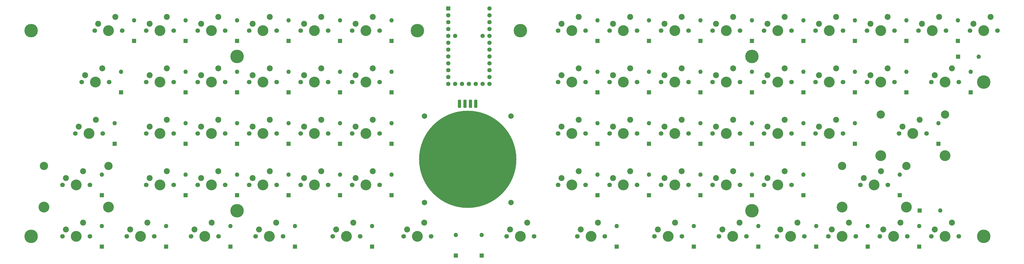
<source format=gbs>
G04 #@! TF.GenerationSoftware,KiCad,Pcbnew,7.0.5*
G04 #@! TF.CreationDate,2023-08-06T16:41:53+02:00*
G04 #@! TF.ProjectId,lumberjack,6c756d62-6572-46a6-9163-6b2e6b696361,1.7*
G04 #@! TF.SameCoordinates,Original*
G04 #@! TF.FileFunction,Soldermask,Bot*
G04 #@! TF.FilePolarity,Negative*
%FSLAX46Y46*%
G04 Gerber Fmt 4.6, Leading zero omitted, Abs format (unit mm)*
G04 Created by KiCad (PCBNEW 7.0.5) date 2023-08-06 16:41:53*
%MOMM*%
%LPD*%
G01*
G04 APERTURE LIST*
G04 Aperture macros list*
%AMRoundRect*
0 Rectangle with rounded corners*
0 $1 Rounding radius*
0 $2 $3 $4 $5 $6 $7 $8 $9 X,Y pos of 4 corners*
0 Add a 4 corners polygon primitive as box body*
4,1,4,$2,$3,$4,$5,$6,$7,$8,$9,$2,$3,0*
0 Add four circle primitives for the rounded corners*
1,1,$1+$1,$2,$3*
1,1,$1+$1,$4,$5*
1,1,$1+$1,$6,$7*
1,1,$1+$1,$8,$9*
0 Add four rect primitives between the rounded corners*
20,1,$1+$1,$2,$3,$4,$5,0*
20,1,$1+$1,$4,$5,$6,$7,0*
20,1,$1+$1,$6,$7,$8,$9,0*
20,1,$1+$1,$8,$9,$2,$3,0*%
G04 Aperture macros list end*
%ADD10C,4.000000*%
%ADD11C,1.700000*%
%ADD12C,2.200000*%
%ADD13C,3.050000*%
%ADD14C,5.000000*%
%ADD15R,1.600000X1.600000*%
%ADD16O,1.600000X1.600000*%
%ADD17C,1.600000*%
%ADD18RoundRect,0.312500X-0.312500X-1.187500X0.312500X-1.187500X0.312500X1.187500X-0.312500X1.187500X0*%
%ADD19C,2.000000*%
%ADD20C,36.000000*%
G04 APERTURE END LIST*
D10*
X266700000Y-95250000D03*
D11*
X261620000Y-95250000D03*
X271780000Y-95250000D03*
D12*
X269240000Y-90170000D03*
X262890000Y-92710000D03*
D10*
X328612500Y-57150000D03*
D11*
X333692500Y-57150000D03*
X323532500Y-57150000D03*
D12*
X331152500Y-52070000D03*
X324802500Y-54610000D03*
D10*
X190500000Y-57150000D03*
D11*
X185420000Y-57150000D03*
X195580000Y-57150000D03*
D12*
X193040000Y-52070000D03*
X186690000Y-54610000D03*
D11*
X73501250Y-114300000D03*
D10*
X78581250Y-114300000D03*
D11*
X83661250Y-114300000D03*
D12*
X81121250Y-109220000D03*
X74771250Y-111760000D03*
D10*
X114300000Y-76200000D03*
D11*
X109220000Y-76200000D03*
X119380000Y-76200000D03*
D12*
X116840000Y-71120000D03*
X110490000Y-73660000D03*
D10*
X247650000Y-76200000D03*
D11*
X242570000Y-76200000D03*
X252730000Y-76200000D03*
D12*
X250190000Y-71120000D03*
X243840000Y-73660000D03*
D10*
X190500000Y-95250000D03*
D11*
X185420000Y-95250000D03*
X195580000Y-95250000D03*
D12*
X193040000Y-90170000D03*
X186690000Y-92710000D03*
D10*
X316706250Y-76200000D03*
X328606250Y-84440000D03*
D13*
X304806250Y-69200000D03*
D11*
X321786250Y-76200000D03*
X311626250Y-76200000D03*
D13*
X328606250Y-69200000D03*
D10*
X304806250Y-84440000D03*
D12*
X319246250Y-71120000D03*
X312896250Y-73660000D03*
D10*
X57150000Y-38100000D03*
D11*
X52070000Y-38100000D03*
X62230000Y-38100000D03*
D12*
X59690000Y-33020000D03*
X53340000Y-35560000D03*
D10*
X328612500Y-114300000D03*
D11*
X323532500Y-114300000D03*
X333692500Y-114300000D03*
D12*
X331152500Y-109220000D03*
X324802500Y-111760000D03*
D14*
X133350000Y-38100000D03*
D10*
X247650000Y-38100000D03*
D11*
X242570000Y-38100000D03*
X252730000Y-38100000D03*
D12*
X250190000Y-33020000D03*
X243840000Y-35560000D03*
D11*
X221138750Y-114300000D03*
D10*
X226218750Y-114300000D03*
D11*
X231298750Y-114300000D03*
D12*
X228758750Y-109220000D03*
X222408750Y-111760000D03*
D15*
X157162500Y-121410000D03*
D16*
X157162500Y-113790000D03*
D10*
X266700000Y-57150000D03*
D11*
X261620000Y-57150000D03*
X271780000Y-57150000D03*
D12*
X269240000Y-52070000D03*
X262890000Y-54610000D03*
D17*
X152400000Y-57805000D03*
D15*
X144780000Y-29865000D03*
D17*
X144780000Y-32405000D03*
X144780000Y-34945000D03*
X144780000Y-37485000D03*
X144780000Y-40025000D03*
X144780000Y-42565000D03*
X144780000Y-45105000D03*
X144780000Y-47645000D03*
X144780000Y-50185000D03*
X144780000Y-52725000D03*
X144780000Y-55265000D03*
X144780000Y-57805000D03*
X147320000Y-57805000D03*
X149860000Y-57805000D03*
X154940000Y-57805000D03*
X157480000Y-57805000D03*
X160020000Y-57805000D03*
X160020000Y-55265000D03*
X160020000Y-52725000D03*
X160020000Y-50185000D03*
X160020000Y-47645000D03*
X160020000Y-45105000D03*
X160020000Y-42565000D03*
X160020000Y-40025000D03*
X160020000Y-37485000D03*
X160020000Y-34945000D03*
X160020000Y-32405000D03*
X160020000Y-29865000D03*
X147320000Y-40025000D03*
X157480000Y-40025000D03*
D10*
X304800000Y-38100000D03*
D11*
X299720000Y-38100000D03*
X309880000Y-38100000D03*
D12*
X307340000Y-33020000D03*
X300990000Y-35560000D03*
D14*
X66675000Y-104775000D03*
D11*
X49688750Y-114300000D03*
D10*
X54768750Y-114300000D03*
D11*
X59848750Y-114300000D03*
D12*
X57308750Y-109220000D03*
X50958750Y-111760000D03*
D10*
X114300000Y-95250000D03*
D11*
X109220000Y-95250000D03*
X119380000Y-95250000D03*
D12*
X116840000Y-90170000D03*
X110490000Y-92710000D03*
D10*
X57150000Y-95250000D03*
D11*
X52070000Y-95250000D03*
X62230000Y-95250000D03*
D12*
X59690000Y-90170000D03*
X53340000Y-92710000D03*
D14*
X257175000Y-104775000D03*
D10*
X209550000Y-57150000D03*
D11*
X204470000Y-57150000D03*
X214630000Y-57150000D03*
D12*
X212090000Y-52070000D03*
X205740000Y-54610000D03*
D14*
X342900000Y-114300000D03*
D10*
X290518750Y-103490000D03*
X314318750Y-103490000D03*
X302418750Y-95250000D03*
D13*
X290518750Y-88250000D03*
D11*
X297338750Y-95250000D03*
D13*
X314318750Y-88250000D03*
D11*
X307498750Y-95250000D03*
D12*
X304958750Y-90170000D03*
X298608750Y-92710000D03*
D10*
X76200000Y-95250000D03*
D11*
X71120000Y-95250000D03*
X81280000Y-95250000D03*
D12*
X78740000Y-90170000D03*
X72390000Y-92710000D03*
D10*
X76200000Y-57150000D03*
D11*
X71120000Y-57150000D03*
X81280000Y-57150000D03*
D12*
X78740000Y-52070000D03*
X72390000Y-54610000D03*
D10*
X209550000Y-95250000D03*
D11*
X204470000Y-95250000D03*
X214630000Y-95250000D03*
D12*
X212090000Y-90170000D03*
X205740000Y-92710000D03*
D10*
X304800000Y-57150000D03*
D11*
X299720000Y-57150000D03*
X309880000Y-57150000D03*
D12*
X307340000Y-52070000D03*
X300990000Y-54610000D03*
D10*
X228600000Y-38100000D03*
D11*
X223520000Y-38100000D03*
X233680000Y-38100000D03*
D12*
X231140000Y-33020000D03*
X224790000Y-35560000D03*
D10*
X266700000Y-38100000D03*
D11*
X261620000Y-38100000D03*
X271780000Y-38100000D03*
D12*
X269240000Y-33020000D03*
X262890000Y-35560000D03*
D10*
X76200000Y-76200000D03*
D11*
X71120000Y-76200000D03*
X81280000Y-76200000D03*
D12*
X78740000Y-71120000D03*
X72390000Y-73660000D03*
D10*
X285750000Y-38100000D03*
D11*
X280670000Y-38100000D03*
X290830000Y-38100000D03*
D12*
X288290000Y-33020000D03*
X281940000Y-35560000D03*
D14*
X171450000Y-38100000D03*
D10*
X57150000Y-76200000D03*
D11*
X52070000Y-76200000D03*
X62230000Y-76200000D03*
D12*
X59690000Y-71120000D03*
X53340000Y-73660000D03*
D10*
X7143750Y-95250000D03*
X19043750Y-103490000D03*
D13*
X-4756250Y-88250000D03*
D11*
X12223750Y-95250000D03*
X2063750Y-95250000D03*
D13*
X19043750Y-88250000D03*
D10*
X-4756250Y-103490000D03*
D12*
X9683750Y-90170000D03*
X3333750Y-92710000D03*
D10*
X171450000Y-114300000D03*
D11*
X166370000Y-114300000D03*
X176530000Y-114300000D03*
D12*
X173990000Y-109220000D03*
X167640000Y-111760000D03*
D10*
X95250000Y-95250000D03*
D11*
X90170000Y-95250000D03*
X100330000Y-95250000D03*
D12*
X97790000Y-90170000D03*
X91440000Y-92710000D03*
D10*
X190500000Y-76200000D03*
D11*
X185420000Y-76200000D03*
X195580000Y-76200000D03*
D12*
X193040000Y-71120000D03*
X186690000Y-73660000D03*
D10*
X114300000Y-38100000D03*
D11*
X109220000Y-38100000D03*
X119380000Y-38100000D03*
D12*
X116840000Y-33020000D03*
X110490000Y-35560000D03*
D10*
X323850000Y-38100000D03*
D11*
X318770000Y-38100000D03*
X328930000Y-38100000D03*
D12*
X326390000Y-33020000D03*
X320040000Y-35560000D03*
D11*
X25876250Y-114300000D03*
D10*
X30956250Y-114300000D03*
D11*
X36036250Y-114300000D03*
D12*
X33496250Y-109220000D03*
X27146250Y-111760000D03*
D10*
X38100000Y-76200000D03*
D11*
X33020000Y-76200000D03*
X43180000Y-76200000D03*
D12*
X40640000Y-71120000D03*
X34290000Y-73660000D03*
D14*
X-9525000Y-38100000D03*
D10*
X38100000Y-38100000D03*
D11*
X33020000Y-38100000D03*
X43180000Y-38100000D03*
D12*
X40640000Y-33020000D03*
X34290000Y-35560000D03*
D10*
X95250000Y-76200000D03*
D11*
X90170000Y-76200000D03*
X100330000Y-76200000D03*
D12*
X97790000Y-71120000D03*
X91440000Y-73660000D03*
D10*
X285750000Y-76200000D03*
D11*
X280670000Y-76200000D03*
X290830000Y-76200000D03*
D12*
X288290000Y-71120000D03*
X281940000Y-73660000D03*
D11*
X244951250Y-114300000D03*
D10*
X250031250Y-114300000D03*
D11*
X255111250Y-114300000D03*
D12*
X252571250Y-109220000D03*
X246221250Y-111760000D03*
D11*
X16986250Y-76200000D03*
D10*
X11906250Y-76200000D03*
D11*
X6826250Y-76200000D03*
D12*
X14446250Y-71120000D03*
X8096250Y-73660000D03*
D10*
X290512500Y-114300000D03*
D11*
X285432500Y-114300000D03*
X295592500Y-114300000D03*
D12*
X293052500Y-109220000D03*
X286702500Y-111760000D03*
D10*
X95250000Y-57150000D03*
D11*
X90170000Y-57150000D03*
X100330000Y-57150000D03*
D12*
X97790000Y-52070000D03*
X91440000Y-54610000D03*
D10*
X19050000Y-38100000D03*
D11*
X13970000Y-38100000D03*
X24130000Y-38100000D03*
D12*
X21590000Y-33020000D03*
X15240000Y-35560000D03*
D14*
X66675000Y-47625000D03*
D10*
X228600000Y-76200000D03*
D11*
X223520000Y-76200000D03*
X233680000Y-76200000D03*
D12*
X231140000Y-71120000D03*
X224790000Y-73660000D03*
D15*
X147637500Y-121410000D03*
D16*
X147637500Y-113790000D03*
D11*
X202723750Y-114300000D03*
D10*
X197643750Y-114300000D03*
D11*
X192563750Y-114300000D03*
D12*
X200183750Y-109220000D03*
X193833750Y-111760000D03*
D14*
X257175000Y-47625000D03*
D11*
X112236250Y-114300000D03*
D10*
X107156250Y-114300000D03*
D11*
X102076250Y-114300000D03*
D12*
X109696250Y-109220000D03*
X103346250Y-111760000D03*
D10*
X271462500Y-114300000D03*
D11*
X266382500Y-114300000D03*
X276542500Y-114300000D03*
D12*
X274002500Y-109220000D03*
X267652500Y-111760000D03*
D10*
X38100000Y-57150000D03*
D11*
X33020000Y-57150000D03*
X43180000Y-57150000D03*
D12*
X40640000Y-52070000D03*
X34290000Y-54610000D03*
D11*
X2063750Y-114300000D03*
D10*
X7143750Y-114300000D03*
D11*
X12223750Y-114300000D03*
D12*
X9683750Y-109220000D03*
X3333750Y-111760000D03*
D10*
X342900000Y-38100000D03*
D11*
X337820000Y-38100000D03*
X347980000Y-38100000D03*
D12*
X345440000Y-33020000D03*
X339090000Y-35560000D03*
D10*
X228600000Y-95250000D03*
D11*
X223520000Y-95250000D03*
X233680000Y-95250000D03*
D12*
X231140000Y-90170000D03*
X224790000Y-92710000D03*
D10*
X38100000Y-95250000D03*
D11*
X33020000Y-95250000D03*
X43180000Y-95250000D03*
D12*
X40640000Y-90170000D03*
X34290000Y-92710000D03*
D10*
X209550000Y-38100000D03*
D11*
X204470000Y-38100000D03*
X214630000Y-38100000D03*
D12*
X212090000Y-33020000D03*
X205740000Y-35560000D03*
D10*
X285750000Y-57150000D03*
D11*
X280670000Y-57150000D03*
X290830000Y-57150000D03*
D12*
X288290000Y-52070000D03*
X281940000Y-54610000D03*
D10*
X95250000Y-38100000D03*
D11*
X90170000Y-38100000D03*
X100330000Y-38100000D03*
D12*
X97790000Y-33020000D03*
X91440000Y-35560000D03*
D14*
X-9525000Y-114300000D03*
D10*
X76200000Y-38100000D03*
D11*
X71120000Y-38100000D03*
X81280000Y-38100000D03*
D12*
X78740000Y-33020000D03*
X72390000Y-35560000D03*
D10*
X247650000Y-57150000D03*
D11*
X242570000Y-57150000D03*
X252730000Y-57150000D03*
D12*
X250190000Y-52070000D03*
X243840000Y-54610000D03*
D10*
X133350000Y-114300000D03*
D11*
X128270000Y-114300000D03*
X138430000Y-114300000D03*
D12*
X135890000Y-109220000D03*
X129540000Y-111760000D03*
D10*
X209550000Y-76200000D03*
D11*
X204470000Y-76200000D03*
X214630000Y-76200000D03*
D12*
X212090000Y-71120000D03*
X205740000Y-73660000D03*
D14*
X342900000Y-57150000D03*
D10*
X228600000Y-57150000D03*
D11*
X223520000Y-57150000D03*
X233680000Y-57150000D03*
D12*
X231140000Y-52070000D03*
X224790000Y-54610000D03*
D10*
X247650000Y-95250000D03*
D11*
X242570000Y-95250000D03*
X252730000Y-95250000D03*
D12*
X250190000Y-90170000D03*
X243840000Y-92710000D03*
D10*
X14287500Y-57150000D03*
D11*
X19367500Y-57150000D03*
X9207500Y-57150000D03*
D12*
X16827500Y-52070000D03*
X10477500Y-54610000D03*
D10*
X266700000Y-76200000D03*
D11*
X261620000Y-76200000D03*
X271780000Y-76200000D03*
D12*
X269240000Y-71120000D03*
X262890000Y-73660000D03*
D18*
X149000000Y-65225000D03*
X153000000Y-65225000D03*
X151000000Y-65225000D03*
X155000000Y-65225000D03*
D19*
X168000000Y-101725000D03*
X168000000Y-69725000D03*
D20*
X152000000Y-85725000D03*
D19*
X136000000Y-101725000D03*
X136000000Y-69725000D03*
D10*
X114300000Y-57150000D03*
D11*
X109220000Y-57150000D03*
X119380000Y-57150000D03*
D12*
X116840000Y-52070000D03*
X110490000Y-54610000D03*
D10*
X190500000Y-38100000D03*
D11*
X185420000Y-38100000D03*
X195580000Y-38100000D03*
D12*
X193040000Y-33020000D03*
X186690000Y-35560000D03*
D10*
X57150000Y-57150000D03*
D11*
X52070000Y-57150000D03*
X62230000Y-57150000D03*
D12*
X59690000Y-52070000D03*
X53340000Y-54610000D03*
D10*
X309562500Y-114300000D03*
D11*
X304482500Y-114300000D03*
X314642500Y-114300000D03*
D12*
X312102500Y-109220000D03*
X305752500Y-111760000D03*
D15*
X104730500Y-41929000D03*
D16*
X104730500Y-34309000D03*
D15*
X219030500Y-99079000D03*
D16*
X219030500Y-91459000D03*
D15*
X123780500Y-60979000D03*
D16*
X123780500Y-53359000D03*
D15*
X314280500Y-60979000D03*
D16*
X314280500Y-53359000D03*
D15*
X333330500Y-41929000D03*
D16*
X333330500Y-34309000D03*
D15*
X85680500Y-60979000D03*
D16*
X85680500Y-53359000D03*
D15*
X199980500Y-41929000D03*
D16*
X199980500Y-34309000D03*
D15*
X47580500Y-99079000D03*
D16*
X47580500Y-91459000D03*
D15*
X40436750Y-118129000D03*
D16*
X40436750Y-110509000D03*
D15*
X47580500Y-60979000D03*
D16*
X47580500Y-53359000D03*
D15*
X276180500Y-99079000D03*
D16*
X276180500Y-91459000D03*
D15*
X219030500Y-60979000D03*
D16*
X219030500Y-53359000D03*
D15*
X238080500Y-99079000D03*
D16*
X238080500Y-91459000D03*
D15*
X338093000Y-60979000D03*
D16*
X338093000Y-53359000D03*
D15*
X23768000Y-60979000D03*
D16*
X23768000Y-53359000D03*
D15*
X104730500Y-60979000D03*
D16*
X104730500Y-53359000D03*
D15*
X21386750Y-80029000D03*
D16*
X21386750Y-72409000D03*
D15*
X299993000Y-118129000D03*
D16*
X299993000Y-110509000D03*
D15*
X64249250Y-118129000D03*
D16*
X64249250Y-110509000D03*
D15*
X257130500Y-60979000D03*
D16*
X257130500Y-53359000D03*
D15*
X199980500Y-99079000D03*
D16*
X199980500Y-91459000D03*
D15*
X47580500Y-41929000D03*
D16*
X47580500Y-34309000D03*
D15*
X85680500Y-41929000D03*
D16*
X85680500Y-34309000D03*
D15*
X47580500Y-80029000D03*
D16*
X47580500Y-72409000D03*
D15*
X85680500Y-99079000D03*
D16*
X85680500Y-91459000D03*
D15*
X295230500Y-80029000D03*
D16*
X295230500Y-72409000D03*
D15*
X276180500Y-60979000D03*
D16*
X276180500Y-53359000D03*
D15*
X66630500Y-41929000D03*
D16*
X66630500Y-34309000D03*
D15*
X219030500Y-80029000D03*
D16*
X219030500Y-72409000D03*
D15*
X276180500Y-80029000D03*
D16*
X276180500Y-72409000D03*
D15*
X311899250Y-99079000D03*
D16*
X311899250Y-91459000D03*
D15*
X219030500Y-41929000D03*
D16*
X219030500Y-34309000D03*
D15*
X28530500Y-41929000D03*
D16*
X28530500Y-34309000D03*
D15*
X88061750Y-118129000D03*
D16*
X88061750Y-110509000D03*
D15*
X333440000Y-47750000D03*
D16*
X341060000Y-47750000D03*
D15*
X257130500Y-99079000D03*
D16*
X257130500Y-91459000D03*
X326810000Y-104750000D03*
D15*
X319190000Y-104750000D03*
X238080500Y-60979000D03*
D16*
X238080500Y-53359000D03*
D15*
X319043000Y-118129000D03*
D16*
X319043000Y-110509000D03*
D15*
X257130500Y-41929000D03*
D16*
X257130500Y-34309000D03*
D15*
X104730500Y-99079000D03*
D16*
X104730500Y-91459000D03*
D15*
X295230500Y-60979000D03*
D16*
X295230500Y-53359000D03*
D15*
X123780500Y-80029000D03*
D16*
X123780500Y-72409000D03*
D15*
X66630500Y-80029000D03*
D16*
X66630500Y-72409000D03*
D15*
X207124250Y-118129000D03*
D16*
X207124250Y-110509000D03*
D15*
X257130500Y-80029000D03*
D16*
X257130500Y-72409000D03*
D15*
X280943000Y-118129000D03*
D16*
X280943000Y-110509000D03*
D15*
X235699250Y-118129000D03*
D16*
X235699250Y-110509000D03*
D15*
X238080500Y-80029000D03*
D16*
X238080500Y-72409000D03*
D15*
X199980500Y-80029000D03*
D16*
X199980500Y-72409000D03*
D15*
X85680500Y-80029000D03*
D16*
X85680500Y-72409000D03*
D15*
X66630500Y-60979000D03*
D16*
X66630500Y-53359000D03*
D15*
X104730500Y-80029000D03*
D16*
X104730500Y-72409000D03*
D15*
X314280500Y-41929000D03*
D16*
X314280500Y-34309000D03*
D15*
X16624250Y-99079000D03*
D16*
X16624250Y-91459000D03*
D15*
X123780500Y-41929000D03*
D16*
X123780500Y-34309000D03*
D15*
X123780500Y-99079000D03*
D16*
X123780500Y-91459000D03*
D15*
X259511750Y-118129000D03*
D16*
X259511750Y-110509000D03*
D15*
X238080500Y-41929000D03*
D16*
X238080500Y-34309000D03*
D15*
X116636750Y-118129000D03*
D16*
X116636750Y-110509000D03*
D15*
X276180500Y-41929000D03*
D16*
X276180500Y-34309000D03*
D15*
X295230500Y-41929000D03*
D16*
X295230500Y-34309000D03*
D15*
X16624250Y-118129000D03*
D16*
X16624250Y-110509000D03*
D15*
X199980500Y-60979000D03*
D16*
X199980500Y-53359000D03*
D15*
X326186750Y-80029000D03*
D16*
X326186750Y-72409000D03*
D15*
X66630500Y-99079000D03*
D16*
X66630500Y-91459000D03*
M02*

</source>
